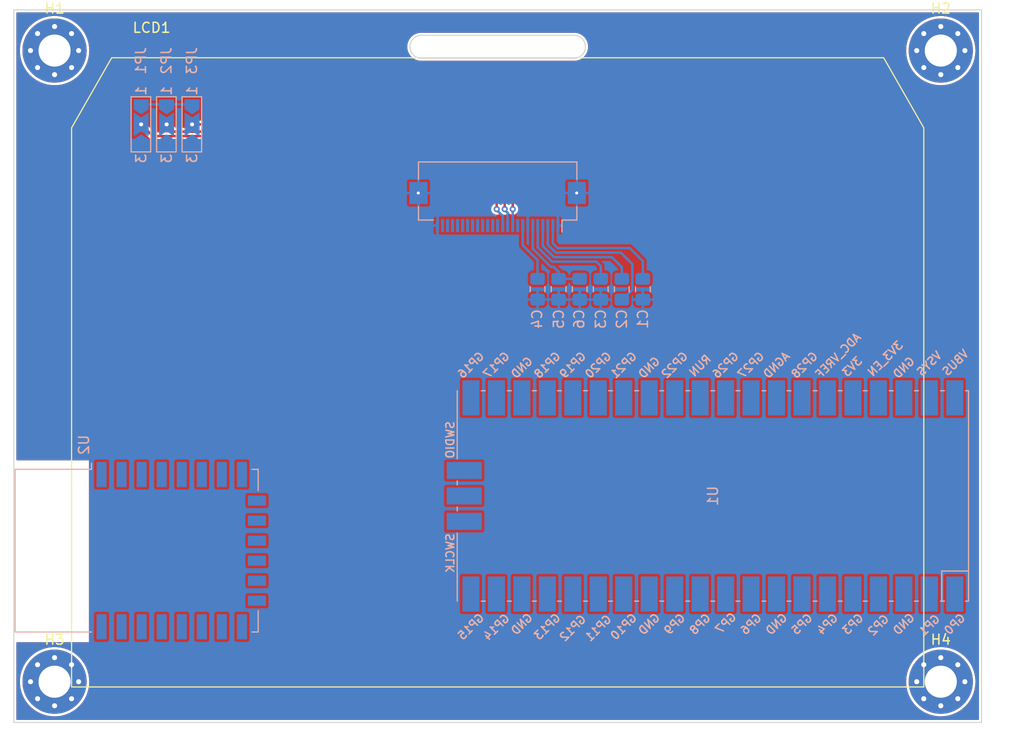
<source format=kicad_pcb>
(kicad_pcb (version 20211014) (generator pcbnew)
  (layers (0 "F.Cu" signal) (31 "B.Cu" signal) (34 "B.Paste" user) (35 "F.Paste" user) (36 "B.SilkS" user "B.Silkscreen") (37 "F.SilkS" user "F.Silkscreen") (38 "B.Mask" user) (39 "F.Mask" user) (44 "Edge.Cuts" user))
  (net 0 "")
  (net 1 "GND")
  (net 2 "VDD")
  (net 3 "LCD_IF1")
  (net 4 "LCD_IF2")
  (net 5 "LCD_IF3")
  (net 6 "LCD_A0")
  (net 7 "LCD_RW_WR")
  (net 8 "LCD_D0")
  (net 9 "LCD_D1")
  (net 10 "LCD_D2")
  (net 11 "LCD_D3")
  (net 12 "LCD_D4")
  (net 13 "LCD_D5")
  (net 14 "LCD_D6")
  (net 15 "LCD_D7")
  (net 16 "LCD_E_RD")
  (net 17 "LCD_RST")
  (net 18 "LCD_CSB")
  (net 19 "LCD_VG")
  (net 20 "LCD_XV0")
  (net 21 "LCD_V0")
  (net 22 "LCD_VM")
  (net 23 "LCD_VD1")
  (footprint "MountingHole:MountingHole_3.2mm_M3_Pad_Via" (layer "F.Cu") (at 103.124 125.476)
    (fp_text reference "H3" (at 0 -4.2) (layer "F.SilkS"))
    (fp_text value "MountingHole")
    (pad "1" thru_hole circle locked (at -2.4 0) (size 0.8 0.8) (drill 0.5) (layers *.Cu *.Mask))
    (pad "1" thru_hole circle locked (at -1.697056 -1.697056) (size 0.8 0.8) (drill 0.5) (layers *.Cu *.Mask))
    (pad "1" thru_hole circle locked (at 0 -2.4) (size 0.8 0.8) (drill 0.5) (layers *.Cu *.Mask))
    (pad "1" thru_hole circle locked (at 2.4 0) (size 0.8 0.8) (drill 0.5) (layers *.Cu *.Mask))
    (pad "1" thru_hole circle locked (at 1.697056 -1.697056) (size 0.8 0.8) (drill 0.5) (layers *.Cu *.Mask))
    (pad "1" thru_hole circle locked (at 0 2.4) (size 0.8 0.8) (drill 0.5) (layers *.Cu *.Mask))
    (pad "1" thru_hole circle locked (at -1.697056 1.697056) (size 0.8 0.8) (drill 0.5) (layers *.Cu *.Mask))
    (pad "1" thru_hole circle locked (at 1.697056 1.697056) (size 0.8 0.8) (drill 0.5) (layers *.Cu *.Mask))
    (pad "1" thru_hole circle locked (at 0 0) (size 6.4 6.4) (drill 3.2) (layers *.Cu *.Mask))
  )
  (footprint "MountingHole:MountingHole_3.2mm_M3_Pad_Via" (layer "F.Cu") (at 103.124 62.484)
    (fp_text reference "H1" (at 0 -4.2) (layer "F.SilkS"))
    (fp_text value "MountingHole")
    (pad "1" thru_hole circle locked (at 0 -2.4) (size 0.8 0.8) (drill 0.5) (layers *.Cu *.Mask))
    (pad "1" thru_hole circle locked (at -1.697056 -1.697056) (size 0.8 0.8) (drill 0.5) (layers *.Cu *.Mask))
    (pad "1" thru_hole circle locked (at 1.697056 1.697056) (size 0.8 0.8) (drill 0.5) (layers *.Cu *.Mask))
    (pad "1" thru_hole circle locked (at 2.4 0) (size 0.8 0.8) (drill 0.5) (layers *.Cu *.Mask))
    (pad "1" thru_hole circle locked (at -2.4 0) (size 0.8 0.8) (drill 0.5) (layers *.Cu *.Mask))
    (pad "1" thru_hole circle locked (at 0 2.4) (size 0.8 0.8) (drill 0.5) (layers *.Cu *.Mask))
    (pad "1" thru_hole circle locked (at 1.697056 -1.697056) (size 0.8 0.8) (drill 0.5) (layers *.Cu *.Mask))
    (pad "1" thru_hole circle locked (at -1.697056 1.697056) (size 0.8 0.8) (drill 0.5) (layers *.Cu *.Mask))
    (pad "1" thru_hole circle locked (at 0 0) (size 6.4 6.4) (drill 3.2) (layers *.Cu *.Mask))
  )
  (footprint "MountingHole:MountingHole_3.2mm_M3_Pad_Via" (layer "F.Cu") (at 191.516 125.476)
    (fp_text reference "H4" (at 0 -4.2) (layer "F.SilkS"))
    (fp_text value "MountingHole")
    (pad "1" thru_hole circle locked (at 0 2.4) (size 0.8 0.8) (drill 0.5) (layers *.Cu *.Mask))
    (pad "1" thru_hole circle locked (at -2.4 0) (size 0.8 0.8) (drill 0.5) (layers *.Cu *.Mask))
    (pad "1" thru_hole circle locked (at -1.697056 1.697056) (size 0.8 0.8) (drill 0.5) (layers *.Cu *.Mask))
    (pad "1" thru_hole circle locked (at 1.697056 1.697056) (size 0.8 0.8) (drill 0.5) (layers *.Cu *.Mask))
    (pad "1" thru_hole circle locked (at -1.697056 -1.697056) (size 0.8 0.8) (drill 0.5) (layers *.Cu *.Mask))
    (pad "1" thru_hole circle locked (at 1.697056 -1.697056) (size 0.8 0.8) (drill 0.5) (layers *.Cu *.Mask))
    (pad "1" thru_hole circle locked (at 0 0) (size 6.4 6.4) (drill 3.2) (layers *.Cu *.Mask))
    (pad "1" thru_hole circle locked (at 2.4 0) (size 0.8 0.8) (drill 0.5) (layers *.Cu *.Mask))
    (pad "1" thru_hole circle locked (at 0 -2.4) (size 0.8 0.8) (drill 0.5) (layers *.Cu *.Mask))
  )
  (footprint "ERC240160:ERC240160" (layer "F.Cu") (at 147.32 101.6)
    (fp_text reference "LCD1" (at -36.5 -41.4) (layer "F.SilkS") (effects (justify left)))
    (fp_text value "ERC240160")
    (fp_line (start 7.9 -22.2) (end 7.9 -23.54) (layer "B.SilkS") (width 0.12))
    (fp_line (start -6.41 -22.2) (end -7.9 -22.2) (layer "B.SilkS") (width 0.12))
    (fp_line (start 6.41 -22.2) (end 6.41 -21) (layer "B.SilkS") (width 0.12))
    (fp_line (start 6.41 -22.2) (end 7.9 -22.2) (layer "B.SilkS") (width 0.12))
    (fp_line (start -7.9 -22.2) (end -7.9 -23.54) (layer "B.SilkS") (width 0.12))
    (fp_line (start 7.9 -28) (end -7.9 -28) (layer "B.SilkS") (width 0.12))
    (fp_line (start 7.9 -26.26) (end 7.9 -28) (layer "B.SilkS") (width 0.12))
    (fp_line (start -7.9 -28) (end -7.9 -26.26) (layer "B.SilkS") (width 0.12))
    (fp_poly (pts (xy 42.5 -31.4) (xy 38.5 -38.4) (xy -38.5 -38.4) (xy -42.5 -31.4) (xy -42.5 24.4) (xy 42.5 24.4) (xy 42.5 -31.4) (xy -42.5 -31.4)) (layer "F.SilkS") (width 0.12) (fill none))
    (pad "1" smd rect (at 6 -21.65 180) (size 0.3 1.3) (layers "B.Cu" "B.Paste" "B.Mask") (net 1 "GND"))
    (pad "2" smd rect (at 5.5 -21.65 180) (size 0.3 1.3) (layers "B.Cu" "B.Paste" "B.Mask") (net 19 "LCD_VG"))
    (pad "3" smd rect (at 5 -21.65 180) (size 0.3 1.3) (layers "B.Cu" "B.Paste" "B.Mask") (net 20 "LCD_XV0"))
    (pad "4" smd rect (at 4.5 -21.65 180) (size 0.3 1.3) (layers "B.Cu" "B.Paste" "B.Mask") (net 21 "LCD_V0"))
    (pad "5" smd rect (at 4 -21.65 180) (size 0.3 1.3) (layers "B.Cu" "B.Paste" "B.Mask") (net 22 "LCD_VM"))
    (pad "6" smd rect (at 3.5 -21.65 180) (size 0.3 1.3) (layers "B.Cu" "B.Paste" "B.Mask") (net 2 "VDD"))
    (pad "7" smd rect (at 3 -21.65 180) (size 0.3 1.3) (layers "B.Cu" "B.Paste" "B.Mask") (net 1 "GND"))
    (pad "8" smd rect (at 2.5 -21.65 180) (size 0.3 1.3) (layers "B.Cu" "B.Paste" "B.Mask") (net 23 "LCD_VD1"))
    (pad "9" smd rect (at 2 -21.65 180) (size 0.3 1.3) (layers "B.Cu" "B.Paste" "B.Mask") (net 18 "LCD_CSB"))
    (pad "10" smd rect (at 1.5 -21.65 180) (size 0.3 1.3) (layers "B.Cu" "B.Paste" "B.Mask") (net 5 "LCD_IF3"))
    (pad "11" smd rect (at 1 -21.65 180) (size 0.3 1.3) (layers "B.Cu" "B.Paste" "B.Mask") (net 4 "LCD_IF2"))
    (pad "12" smd rect (at 0.5 -21.65 180) (size 0.3 1.3) (layers "B.Cu" "B.Paste" "B.Mask") (net 3 "LCD_IF1"))
    (pad "13" smd rect (at 0 -21.65 180) (size 0.3 1.3) (layers "B.Cu" "B.Paste" "B.Mask") (net 17 "LCD_RST"))
    (pad "14" smd rect (at -0.5 -21.65 180) (size 0.3 1.3) (layers "B.Cu" "B.Paste" "B.Mask") (net 16 "LCD_E_RD"))
    (pad "15" smd rect (at -1 -21.65 180) (size 0.3 1.3) (layers "B.Cu" "B.Paste" "B.Mask") (net 15 "LCD_D7"))
    (pad "16" smd rect (at -1.5 -21.65 180) (size 0.3 1.3) (layers "B.Cu" "B.Paste" "B.Mask") (net 14 "LCD_D6"))
    (pad "17" smd rect (at -2 -21.65 180) (size 0.3 1.3) (layers "B.Cu" "B.Paste" "B.Mask") (net 13 "LCD_D5"))
    (pad "18" smd rect (at -2.5 -21.65 180) (size 0.3 1.3) (layers "B.Cu" "B.Paste" "B.Mask") (net 12 "LCD_D4"))
    (pad "19" smd rect (at -3 -21.65 180) (size 0.3 1.3) (layers "B.Cu" "B.Paste" "B.Mask") (net 11 "LCD_D3"))
    (pad "20" smd rect (at -3.5 -21.65 180) (size 0.3 1.3) (layers "B.Cu" "B.Paste" "B.Mask") (net 10 "LCD_D2"))
    (pad "21" smd rect (at -4 -21.65 180) (size 0.3 1.3) (layers "B.Cu" "B.Paste" "B.Mask") (net 9 "LCD_D1"))
    (pad "22" smd rect (at -4.5 -21.65 180) (size 0.3 1.3) (layers "B.Cu" "B.Paste" "B.Mask") (net 8 "LCD_D0"))
    (pad "23" smd rect (at -5 -21.65 180) (size 0.3 1.3) (layers "B.Cu" "B.Paste" "B.Mask") (net 7 "LCD_RW_WR"))
    (pad "24" smd rect (at -5.5 -21.65 180) (size 0.3 1.3) (layers "B.Cu" "B.Paste" "B.Mask") (net 6 "LCD_A0"))
    (pad "25" smd rect (at -6 -21.65 180) (size 0.3 1.3) (layers "B.Cu" "B.Paste" "B.Mask") (net 1 "GND"))
    (pad "MP" smd rect (at 7.9 -24.9 180) (size 1.8 2.2) (layers "B.Cu" "B.Paste" "B.Mask") (net 1 "GND"))
    (pad "MP" smd rect (at -7.9 -24.9 180) (size 1.8 2.2) (layers "B.Cu" "B.Paste" "B.Mask") (net 1 "GND"))
  )
  (footprint "MountingHole:MountingHole_3.2mm_M3_Pad_Via" (layer "F.Cu") (at 191.516 62.484)
    (fp_text reference "H2" (at 0 -4.2) (layer "F.SilkS"))
    (fp_text value "MountingHole")
    (pad "1" thru_hole circle locked (at 0 -2.4) (size 0.8 0.8) (drill 0.5) (layers *.Cu *.Mask))
    (pad "1" thru_hole circle locked (at 1.697056 -1.697056) (size 0.8 0.8) (drill 0.5) (layers *.Cu *.Mask))
    (pad "1" thru_hole circle locked (at 0 0) (size 6.4 6.4) (drill 3.2) (layers *.Cu *.Mask))
    (pad "1" thru_hole circle locked (at 2.4 0) (size 0.8 0.8) (drill 0.5) (layers *.Cu *.Mask))
    (pad "1" thru_hole circle locked (at -1.697056 1.697056) (size 0.8 0.8) (drill 0.5) (layers *.Cu *.Mask))
    (pad "1" thru_hole circle locked (at 0 2.4) (size 0.8 0.8) (drill 0.5) (layers *.Cu *.Mask))
    (pad "1" thru_hole circle locked (at 1.697056 1.697056) (size 0.8 0.8) (drill 0.5) (layers *.Cu *.Mask))
    (pad "1" thru_hole circle locked (at -1.697056 -1.697056) (size 0.8 0.8) (drill 0.5) (layers *.Cu *.Mask))
    (pad "1" thru_hole circle locked (at -2.4 0) (size 0.8 0.8) (drill 0.5) (layers *.Cu *.Mask))
  )
  (footprint "Jumper:SolderJumper-3_P2.0mm_Open_TrianglePad1.0x1.5mm_NumberLabels" (layer "B.Cu") (at 116.84 69.85 -90)
    (fp_text reference "JP3" (at -6.35 0.025 90) (layer "B.SilkS") (effects (justify mirror)))
    (fp_text value "LCD_IF3")
    (fp_text user "1" (at -3.35 0 90) (layer "B.SilkS") (effects (justify mirror)))
    (fp_text user "3" (at 3.4 0 90) (layer "B.SilkS") (effects (justify mirror)))
    (fp_line (start -2.75 1) (end 2.75 1) (layer "B.SilkS") (width 0.12))
    (fp_line (start 2.75 1) (end 2.75 -0.95) (layer "B.SilkS") (width 0.12))
    (fp_line (start 2.75 -0.95) (end -2.75 -0.95) (layer "B.SilkS") (width 0.12))
    (fp_line (start -2.75 -0.95) (end -2.75 1) (layer "B.SilkS") (width 0.12))
    (pad "1" smd custom locked (at -2 0 270) (size 0.3 0.3) (layers "B.Cu" "B.Mask") (net 2 "VDD") (options (clearance outline) (anchor rect)) (primitives (gr_poly (pts (xy 1 0) (xy 0.5 -0.75) (xy -0.5 -0.75) (xy -0.5 0.75) (xy 0.5 0.75)) (width 0) (fill yes))))
    (pad "2" smd custom locked (at 0 0 270) (size 0.3 0.3) (layers "B.Cu") (net 5 "LCD_IF3") (options (clearance outline) (anchor rect)) (primitives (gr_poly (pts (xy 0.7 0) (xy 1.2 -0.75) (xy -1.2 -0.75) (xy -0.7 0) (xy -1.2 0.75) (xy 1.2 0.75)) (width 0) (fill yes))))
    (pad "3" smd custom locked (at 2 0 90) (size 0.3 0.3) (layers "B.Cu" "B.Mask") (net 1 "GND") (options (clearance outline) (anchor rect)) (primitives (gr_poly (pts (xy 1 0) (xy 0.5 -0.75) (xy -0.5 -0.75) (xy -0.5 0.75) (xy 0.5 0.75)) (width 0) (fill yes))))
  )
  (footprint "Capacitor_SMD:C_0805_2012Metric_Pad1.18x1.45mm_HandSolder" (layer "B.Cu") (at 157.6 86.3 -90)
    (fp_text reference "C3" (at 2.981 -0.007 90) (layer "B.SilkS") (effects (justify mirror)))
    (fp_text value "1u")
    (fp_line (start -0.261252 -0.735) (end 0.261252 -0.735) (layer "B.SilkS") (width 0.12))
    (fp_line (start -0.261252 0.735) (end 0.261252 0.735) (layer "B.SilkS") (width 0.12))
    (pad "1" smd roundrect locked (at -1.0375 0 270) (size 1.175 1.45) (layers "B.Cu" "B.Paste" "B.Mask") (roundrect_rratio 0.212766) (net 22 "LCD_VM"))
    (pad "2" smd roundrect locked (at 1.0375 0 270) (size 1.175 1.45) (layers "B.Cu" "B.Paste" "B.Mask") (roundrect_rratio 0.212766) (net 1 "GND"))
  )
  (footprint "Capacitor_SMD:C_0805_2012Metric_Pad1.18x1.45mm_HandSolder" (layer "B.Cu") (at 151.3 86.3 90)
    (fp_text reference "C4" (at -2.981 -0.043 90) (layer "B.SilkS") (effects (justify mirror)))
    (fp_text value "1u")
    (fp_line (start -0.261252 0.735) (end 0.261252 0.735) (layer "B.SilkS") (width 0.12))
    (fp_line (start -0.261252 -0.735) (end 0.261252 -0.735) (layer "B.SilkS") (width 0.12))
    (pad "1" smd roundrect locked (at -1.0375 0 90) (size 1.175 1.45) (layers "B.Cu" "B.Paste" "B.Mask") (roundrect_rratio 0.212766) (net 1 "GND"))
    (pad "2" smd roundrect locked (at 1.0375 0 90) (size 1.175 1.45) (layers "B.Cu" "B.Paste" "B.Mask") (roundrect_rratio 0.212766) (net 23 "LCD_VD1"))
  )
  (footprint "Jumper:SolderJumper-3_P2.0mm_Open_TrianglePad1.0x1.5mm_NumberLabels" (layer "B.Cu") (at 114.3 69.85 -90)
    (fp_text reference "JP2" (at -6.35 0.025 90) (layer "B.SilkS") (effects (justify mirror)))
    (fp_text value "LCD_IF2")
    (fp_text user "3" (at 3.4 0 90) (layer "B.SilkS") (effects (justify mirror)))
    (fp_text user "1" (at -3.35 0 90) (layer "B.SilkS") (effects (justify mirror)))
    (fp_line (start 2.75 -0.95) (end -2.75 -0.95) (layer "B.SilkS") (width 0.12))
    (fp_line (start 2.75 1) (end 2.75 -0.95) (layer "B.SilkS") (width 0.12))
    (fp_line (start -2.75 1) (end 2.75 1) (layer "B.SilkS") (width 0.12))
    (fp_line (start -2.75 -0.95) (end -2.75 1) (layer "B.SilkS") (width 0.12))
    (pad "1" smd custom locked (at -2 0 270) (size 0.3 0.3) (layers "B.Cu" "B.Mask") (net 2 "VDD") (options (clearance outline) (anchor rect)) (primitives (gr_poly (pts (xy 1 0) (xy 0.5 -0.75) (xy -0.5 -0.75) (xy -0.5 0.75) (xy 0.5 0.75)) (width 0) (fill yes))))
    (pad "2" smd custom locked (at 0 0 270) (size 0.3 0.3) (layers "B.Cu") (net 4 "LCD_IF2") (options (clearance outline) (anchor rect)) (primitives (gr_poly (pts (xy 0.7 0) (xy 1.2 -0.75) (xy -1.2 -0.75) (xy -0.7 0) (xy -1.2 0.75) (xy 1.2 0.75)) (width 0) (fill yes))))
    (pad "3" smd custom locked (at 2 0 90) (size 0.3 0.3) (layers "B.Cu" "B.Mask") (net 1 "GND") (options (clearance outline) (anchor rect)) (primitives (gr_poly (pts (xy 1 0) (xy 0.5 -0.75) (xy -0.5 -0.75) (xy -0.5 0.75) (xy 0.5 0.75)) (width 0) (fill yes))))
  )
  (footprint "Capacitor_SMD:C_0805_2012Metric_Pad1.18x1.45mm_HandSolder" (layer "B.Cu") (at 153.4 86.3 -90)
    (fp_text reference "C5" (at 2.981 -0.016 90) (layer "B.SilkS") (effects (justify mirror)))
    (fp_text value "10u")
    (fp_line (start -0.261252 0.735) (end 0.261252 0.735) (layer "B.SilkS") (width 0.12))
    (fp_line (start -0.261252 -0.735) (end 0.261252 -0.735) (layer "B.SilkS") (width 0.12))
    (pad "1" smd roundrect locked (at -1.0375 0 270) (size 1.175 1.45) (layers "B.Cu" "B.Paste" "B.Mask") (roundrect_rratio 0.212766) (net 2 "VDD"))
    (pad "2" smd roundrect locked (at 1.0375 0 270) (size 1.175 1.45) (layers "B.Cu" "B.Paste" "B.Mask") (roundrect_rratio 0.212766) (net 1 "GND"))
  )
  (footprint "Capacitor_SMD:C_0805_2012Metric_Pad1.18x1.45mm_HandSolder" (layer "B.Cu") (at 155.5 86.3 -90)
    (fp_text reference "C6" (at 2.981 0.052 90) (layer "B.SilkS") (effects (justify mirror)))
    (fp_text value "1u")
    (fp_line (start -0.261252 -0.735) (end 0.261252 -0.735) (layer "B.SilkS") (width 0.12))
    (fp_line (start -0.261252 0.735) (end 0.261252 0.735) (layer "B.SilkS") (width 0.12))
    (pad "1" smd roundrect locked (at -1.0375 0 270) (size 1.175 1.45) (layers "B.Cu" "B.Paste" "B.Mask") (roundrect_rratio 0.212766) (net 2 "VDD"))
    (pad "2" smd roundrect locked (at 1.0375 0 270) (size 1.175 1.45) (layers "B.Cu" "B.Paste" "B.Mask") (roundrect_rratio 0.212766) (net 1 "GND"))
  )
  (footprint "RF_Module:ESP-12E" (layer "B.Cu") (at 111.31 112.395 -90)
    (fp_text reference "U2" (at -10.56 5.26 90) (layer "B.SilkS") (effects (justify mirror)))
    (fp_text value "ESP-12F")
    (fp_line (start 8.12 -11.5) (end 8.12 -12.12) (layer "B.SilkS") (width 0.12))
    (fp_line (start 8.12 12.12) (end 8.12 4.5) (layer "B.SilkS") (width 0.12))
    (fp_line (start -8.12 4.5) (end -8.12 12.12) (layer "B.SilkS") (width 0.12))
    (fp_line (start -8.12 12.12) (end 8.12 12.12) (layer "B.SilkS") (width 0.12))
    (fp_line (start -8.12 -12.12) (end -8.12 -11.5) (layer "B.SilkS") (width 0.12))
    (fp_line (start -6 -12.12) (end -8.12 -12.12) (layer "B.SilkS") (width 0.12))
    (fp_line (start -8.12 4.5) (end -8.73 4.5) (layer "B.SilkS") (width 0.12))
    (fp_line (start 8.12 -12.12) (end 6 -12.12) (layer "B.SilkS") (width 0.12))
    (pad "1" smd rect locked (at -7.6 3.5 270) (size 2.5 1) (layers "B.Cu" "B.Paste" "B.Mask"))
    (pad "2" smd rect locked (at -7.6 1.5 270) (size 2.5 1) (layers "B.Cu" "B.Paste" "B.Mask"))
    (pad "3" smd rect locked (at -7.6 -0.5 270) (size 2.5 1) (layers "B.Cu" "B.Paste" "B.Mask"))
    (pad "4" smd rect locked (at -7.6 -2.5 270) (size 2.5 1) (layers "B.Cu" "B.Paste" "B.Mask"))
    (pad "5" smd rect locked (at -7.6 -4.5 270) (size 2.5 1) (layers "B.Cu" "B.Paste" "B.Mask"))
    (pad "6" smd rect locked (at -7.6 -6.5 270) (size 2.5 1) (layers "B.Cu" "B.Paste" "B.Mask"))
    (pad "7" smd rect locked (at -7.6 -8.5 270) (size 2.5 1) (layers "B.Cu" "B.Paste" "B.Mask"))
    (pad "8" smd rect locked (at -7.6 -10.5 270) (size 2.5 1) (layers "B.Cu" "B.Paste" "B.Mask"))
    (pad "9" smd rect locked (at -5 -12 270) (size 1 1.8) (layers "B.Cu" "B.Paste" "B.Mask"))
    (pad "10" smd rect locked (at -3 -12 270) (size 1 1.8) (layers "B.Cu" "B.Paste" "B.Mask"))
    (pad "11" smd rect locked (at -1 -12 270) (size 1 1.8) (layers "B.Cu" "B.Paste" "B.Mask"))
    (pad "12" smd rect locked (at 1 -12 270) (size 1 1.8) (layers "B.Cu" "B.Paste" "B.Mask"))
    (pad "13" smd rect locked (at 3 -12 270) (size 1 1.8) (layers "B.Cu" "B.Paste" "B.Mask"))
    (pad "14" smd rect locked (at 5 -12 270) (size 1 1.8) (layers "B.Cu" "B.Paste" "B.Mask"))
    (pad "15" smd rect locked (at 7.6 -10.5 270) (size 2.5 1) (layers "B.Cu" "B.Paste" "B.Mask"))
    (pad "16" smd rect locked (at 7.6 -8.5 270) (size 2.5 1) (layers "B.Cu" "B.Paste" "B.Mask"))
    (pad "17" smd rect locked (at 7.6 -6.5 270) (size 2.5 1) (layers "B.Cu" "B.Paste" "B.Mask"))
    (pad "18" smd rect locked (at 7.6 -4.5 270) (size 2.5 1) (layers "B.Cu" "B.Paste" "B.Mask"))
    (pad "19" smd rect locked (at 7.6 -2.5 270) (size 2.5 1) (layers "B.Cu" "B.Paste" "B.Mask"))
    (pad "20" smd rect locked (at 7.6 -0.5 270) (size 2.5 1) (layers "B.Cu" "B.Paste" "B.Mask"))
    (pad "21" smd rect locked (at 7.6 1.5 270) (size 2.5 1) (layers "B.Cu" "B.Paste" "B.Mask"))
    (pad "22" smd rect locked (at 7.6 3.5 270) (size 2.5 1) (layers "B.Cu" "B.Paste" "B.Mask"))
  )
  (footprint "RPiPico:RPi_Pico_SMD" (layer "B.Cu") (at 168.783 106.934 90)
    (fp_text reference "U1" (at 0 0 270) (layer "B.SilkS") (effects (justify mirror)))
    (fp_text value "Pico")
    (fp_text user "GP20" (at 13.054 -11.43 45) (layer "B.SilkS") (effects (font (size 0.8 0.8)) (justify mirror)))
    (fp_text user "GND" (at 12.8 -6.35 45) (layer "B.SilkS") (effects (font (size 0.8 0.8)) (justify mirror)))
    (fp_text user "SWCLK" (at -5.7 -26.2 270) (layer "B.SilkS") (effects (font (size 0.8 0.8)) (justify mirror)))
    (fp_text user "GP16" (at 13.054 -24.13 45) (layer "B.SilkS") (effects (font (size 0.8 0.8)) (justify mirror)))
    (fp_text user "3V3_EN" (at 13.7 17.2 45) (layer "B.SilkS") (effects (font (size 0.8 0.8)) (justify mirror)))
    (fp_text user "RUN" (at 13 -1.27 45) (layer "B.SilkS") (effects (font (size 0.8 0.8)) (justify mirror)))
    (fp_text user "GND" (at -12.8 -19.05 45) (layer "B.SilkS") (effects (font (size 0.8 0.8)) (justify mirror)))
    (fp_text user "3V3" (at 12.9 13.9 45) (layer "B.SilkS") (effects (font (size 0.8 0.8)) (justify mirror)))
    (fp_text user "GP11" (at -13.2 -11.43 45) (layer "B.SilkS") (effects (font (size 0.8 0.8)) (justify mirror)))
    (fp_text user "GP17" (at 13.054 -21.59 45) (layer "B.SilkS") (effects (font (size 0.8 0.8)) (justify mirror)))
    (fp_text user "GP27" (at 13.054 3.8 45) (layer "B.SilkS") (effects (font (size 0.8 0.8)) (justify mirror)))
    (fp_text user "VBUS" (at 13.3 24.2 45) (layer "B.SilkS") (effects (font (size 0.8 0.8)) (justify mirror)))
    (fp_text user "GP15" (at -13.054 -24.13 45) (layer "B.SilkS") (effects (font (size 0.8 0.8)) (justify mirror)))
    (fp_text user "GP26" (at 13.054 1.27 45) (layer "B.SilkS") (effects (font (size 0.8 0.8)) (justify mirror)))
    (fp_text user "GP6" (at -12.8 3.81 45) (layer "B.SilkS") (effects (font (size 0.8 0.8)) (justify mirror)))
    (fp_text user "ADC_VREF" (at 14 12.5 45) (layer "B.SilkS") (effects (font (size 0.8 0.8)) (justify mirror)))
    (fp_text user "GP8" (at -12.8 -1.27 45) (layer "B.SilkS") (effects (font (size 0.8 0.8)) (justify mirror)))
    (fp_text user "GP14" (at -13.1 -21.59 45) (layer "B.SilkS") (effects (font (size 0.8 0.8)) (justify mirror)))
    (fp_text user "GP5" (at -12.8 8.89 45) (layer "B.SilkS") (effects (font (size 0.8 0.8)) (justify mirror)))
    (fp_text user "GP3" (at -12.8 13.97 45) (layer "B.SilkS") (effects (font (size 0.8 0.8)) (justify mirror)))
    (fp_text user "GP13" (at -13.054 -16.51 45) (layer "B.SilkS") (effects (font (size 0.8 0.8)) (justify mirror)))
    (fp_text user "VSYS" (at 13.2 21.59 45) (layer "B.SilkS") (effects (font (size 0.8 0.8)) (justify mirror)))
    (fp_text user "GP22" (at 13.054 -3.81 45) (layer "B.SilkS") (effects (font (size 0.8 0.8)) (justify mirror)))
    (fp_text user "GP0" (at -12.8 24.13 45) (layer "B.SilkS") (effects (font (size 0.8 0.8)) (justify mirror)))
    (fp_text user "GP1" (at -12.9 21.6 45) (layer "B.SilkS") (effects (font (size 0.8 0.8)) (justify mirror)))
    (fp_text user "GND" (at -12.8 6.35 45) (layer "B.SilkS") (effects (font (size 0.8 0.8)) (justify mirror)))
    (fp_text user "GND" (at -12.8 -6.35 45) (layer "B.SilkS") (effects (font (size 0.8 0.8)) (justify mirror)))
    (fp_text user "SWDIO" (at 5.6 -26.2 270) (layer "B.SilkS") (effects (font (size 0.8 0.8)) (justify mirror)))
    (fp_text user "GP19" (at 13.054 -13.97 45) (layer "B.SilkS") (effects (font (size 0.8 0.8)) (justify mirror)))
    (fp_text user "GP7" (at -12.7 1.3 45) (layer "B.SilkS") (effects (font (size 0.8 0.8)) (justify mirror)))
    (fp_text user "GP2" (at -12.9 16.51 45) (layer "B.SilkS") (effects (font (size 0.8 0.8)) (justify mirror)))
    (fp_text user "GND" (at 12.8 -19.05 45) (layer "B.SilkS") (effects (font (size 0.8 0.8)) (justify mirror)))
    (fp_text user "GP18" (at 13.054 -16.51 45) (layer "B.SilkS") (effects (font (size 0.8 0.8)) (justify mirror)))
    (fp_text user "GP28" (at 13.054 9.144 45) (layer "B.SilkS") (effects (font (size 0.8 0.8)) (justify mirror)))
    (fp_text user "GP9" (at -12.8 -3.81 45) (layer "B.SilkS") (effects (font (size 0.8 0.8)) (justify mirror)))
    (fp_text user "GP21" (at 13.054 -8.9 45) (layer "B.SilkS") (effects (font (size 0.8 0.8)) (justify mirror)))
    (fp_text user "GND" (at -12.8 19.05 45) (layer "B.SilkS") (effects (font (size 0.8 0.8)) (justify mirror)))
    (fp_text user "GND" (at 12.8 19.05 45) (layer "B.SilkS") (effects (font (size 0.8 0.8)) (justify mirror)))
    (fp_text user "GP12" (at -13.2 -13.97 45) (layer "B.SilkS") (effects (font (size 0.8 0.8)) (justify mirror)))
    (fp_text user "GP4" (at -12.8 11.43 45) (layer "B.SilkS") (effects (font (size 0.8 0.8)) (justify mirror)))
    (fp_text user "AGND" (at 13.054 6.35 45) (layer "B.SilkS") (effects (font (size 0.8 0.8)) (justify mirror)))
    (fp_text user "GP10" (at -13.054 -8.89 45) (layer "B.SilkS") (effects (font (size 0.8 0.8)) (justify mirror)))
    (fp_line (start -10.5 -20.1) (end -10.5 -20.5) (layer "B.SilkS") (width 0.12))
    (fp_line (start -10.5 -22.7) (end -10.5 -23.1) (layer "B.SilkS") (width 0.12))
    (fp_line (start -10.5 5.3) (end -10.5 4.9) (layer "B.SilkS") (width 0.12))
    (fp_line (start -10.5 -12.5) (end -10.5 -12.9) (layer "B.SilkS") (width 0.12))
    (fp_line (start 10.5 0.2) (end 10.5 -0.2) (layer "B.SilkS") (width 0.12))
    (fp_line (start -10.5 7.8) (end -10.5 7.4) (layer "B.SilkS") (width 0.12))
    (fp_line (start 10.5 -15.1) (end 10.5 -15.5) (layer "B.SilkS") (width 0.12))
    (fp_line (start -10.5 -15.1) (end -10.5 -15.5) (layer "B.SilkS") (width 0.12))
    (fp_line (start 10.5 23.1) (end 10.5 22.7) (layer "B.SilkS") (width 0.12))
    (fp_line (start -10.5 -2.3) (end -10.5 -2.7) (layer "B.SilkS") (width 0.12))
    (fp_line (start -10.5 -10) (end -10.5 -10.4) (layer "B.SilkS") (width 0.12))
    (fp_line (start 10.5 10.4) (end 10.5 10) (layer "B.SilkS") (width 0.12))
    (fp_line (start 10.5 -17.6) (end 10.5 -18) (layer "B.SilkS") (width 0.12))
    (fp_line (start -10.5 23.1) (end -10.5 22.7) (layer "B.SilkS") (width 0.12))
    (fp_line (start 10.5 -4.9) (end 10.5 -5.3) (layer "B.SilkS") (width 0.12))
    (fp_line (start 10.5 -25.5) (end 3.7 -25.5) (layer "B.SilkS") (width 0.12))
    (fp_line (start 10.5 2.7) (end 10.5 2.3) (layer "B.SilkS") (width 0.12))
    (fp_line (start -3.7 -25.5) (end -10.5 -25.5) (layer "B.SilkS") (width 0.12))
    (fp_line (start 10.5 5.3) (end 10.5 4.9) (layer "B.SilkS") (width 0.12))
    (fp_line (start -10.5 15.4) (end -10.5 15) (layer "B.SilkS") (width 0.12))
    (fp_line (start -10.5 10.4) (end -10.5 10) (layer "B.SilkS") (width 0.12))
    (fp_line (start -1.5 -25.5) (end -1.1 -25.5) (layer "B.SilkS") (width 0.12))
    (fp_line (start 10.5 20.5) (end 10.5 20.1) (layer "B.SilkS") (width 0.12))
    (fp_line (start -7.493 22.833) (end -7.493 25.5) (layer "B.SilkS") (width 0.12))
    (fp_line (start -10.5 12.9) (end -10.5 12.5) (layer "B.SilkS") (width 0.12))
    (fp_line (start -10.5 18) (end -10.5 17.6) (layer "B.SilkS") (width 0.12))
    (fp_line (start 10.5 -10) (end 10.5 -10.4) (layer "B.SilkS") (width 0.12))
    (fp_line (start 10.5 -7.4) (end 10.5 -7.8) (layer "B.SilkS") (width 0.12))
    (fp_line (start 10.5 7.8) (end 10.5 7.4) (layer "B.SilkS") (width 0.12))
    (fp_line (start 1.1 -25.5) (end 1.5 -25.5) (layer "B.SilkS") (width 0.12))
    (fp_line (start -10.5 25.5) (end -10.5 25.2) (layer "B.SilkS") (width 0.12))
    (fp_line (start 10.5 12.9) (end 10.5 12.5) (layer "B.SilkS") (width 0.12))
    (fp_line (start -10.5 -17.6) (end -10.5 -18) (layer "B.SilkS") (width 0.12))
    (fp_line (start 10.5 -20.1) (end 10.5 -20.5) (layer "B.SilkS") (width 0.12))
    (fp_line (start -10.5 -4.9) (end -10.5 -5.3) (layer "B.SilkS") (width 0.12))
    (fp_line (start 10.5 -2.3) (end 10.5 -2.7) (layer "B.SilkS") (width 0.12))
    (fp_line (start -10.5 20.5) (end -10.5 20.1) (layer "B.SilkS") (width 0.12))
    (fp_line (start -10.5 0.2) (end -10.5 -0.2) (layer "B.SilkS") (width 0.12))
    (fp_line (start 10.5 25.5) (end 10.5 25.2) (layer "B.SilkS") (width 0.12))
    (fp_line (start 10.5 -22.7) (end 10.5 -23.1) (layer "B.SilkS") (width 0.12))
    (fp_line (start -10.5 25.5) (end 10.5 25.5) (layer "B.SilkS") (width 0.12))
    (fp_line (start 10.5 15.4) (end 10.5 15) (layer "B.SilkS") (width 0.12))
    (fp_line (start -10.5 2.7) (end -10.5 2.3) (layer "B.SilkS") (width 0.12))
    (fp_line (start -10.5 -7.4) (end -10.5 -7.8) (layer "B.SilkS") (width 0.12))
    (fp_line (start -10.5 22.833) (end -7.493 22.833) (layer "B.SilkS") (width 0.12))
    (fp_line (start 10.5 18) (end 10.5 17.6) (layer "B.SilkS") (width 0.12))
    (fp_line (start 10.5 -12.5) (end 10.5 -12.9) (layer "B.SilkS") (width 0.12))
    (pad "1" smd rect (at -8.89 24.13 90) (size 3.5 1.7) (drill (offset -0.9 0)) (layers "B.Cu" "B.Mask"))
    (pad "2" smd rect (at -8.89 21.59 90) (size 3.5 1.7) (drill (offset -0.9 0)) (layers "B.Cu" "B.Mask"))
    (pad "3" smd rect (at -8.89 19.05 90) (size 3.5 1.7) (drill (offset -0.9 0)) (layers "B.Cu" "B.Mask"))
    (pad "4" smd rect (at -8.89 16.51 90) (size 3.5 1.7) (drill (offset -0.9 0)) (layers "B.Cu" "B.Mask"))
    (pad "5" smd rect (at -8.89 13.97 90) (size 3.5 1.7) (drill (offset -0.9 0)) (layers "B.Cu" "B.Mask"))
    (pad "6" smd rect (at -8.89 11.43 90) (size 3.5 1.7) (drill (offset -0.9 0)) (layers "B.Cu" "B.Mask"))
    (pad "7" smd rect (at -8.89 8.89 90) (size 3.5 1.7) (drill (offset -0.9 0)) (layers "B.Cu" "B.Mask"))
    (pad "8" smd rect (at -8.89 6.35 90) (size 3.5 1.7) (drill (offset -0.9 0)) (layers "B.Cu" "B.Mask"))
    (pad "9" smd rect (at -8.89 3.81 90) (size 3.5 1.7) (drill (offset -0.9 0)) (layers "B.Cu" "B.Mask"))
    (pad "10" smd rect (at -8.89 1.27 90) (size 3.5 1.7) (drill (offset -0.9 0)) (layers "B.Cu" "B.Mask"))
    (pad "11" smd rect (at -8.89 -1.27 90) (size 3.5 1.7) (drill (offset -0.9 0)) (layers "B.Cu" "B.Mask"))
    (pad "12" smd rect (at -8.89 -3.81 90) (size 3.5 1.7) (drill (offset -0.9 0)) (layers "B.Cu" "B.Mask"))
    (pad "13" smd rect (at -8.89 -6.35 90) (size 3.5 1.7) (drill (offset -0.9 0)) (layers "B.Cu" "B.Mask"))
    (pad "14" smd rect (at -8.89 -8.89 90) (size 3.5 1.7) (drill (offset -0.9 0)) (layers "B.Cu" "B.Mask"))
    (pad "15" smd rect (at -8.89 -11.43 90) (size 3.5 1.7) (drill (offset -0.9 0)) (layers "B.Cu" "B.Mask"))
    (pad "16" smd rect (at -8.89 -13.97 90) (size 3.5 1.7) (drill (offset -0.9 0)) (layers "B.Cu" "B.Mask"))
    (pad "17" smd rect (at -8.89 -16.51 90) (size 3.5 1.7) (drill (offset -0.9 0)) (layers "B.Cu" "B.Mask"))
    (pad "18" smd rect (at -8.89 -19.05 90) (size 3.5 1.7) (drill (offset -0.9 0)) (layers "B.Cu" "B.Mask"))
    (pad "19" smd rect (at -8.89 -21.59 90) (size 3.5 1.7) (drill (offset -0.9 0)) (layers "B.Cu" "B.Mask"))
    (pad "20" smd rect (at -8.89 -24.13 90) (size 3.5 1.7) (drill (offset -0.9 0)) (layers "B.Cu" "B.Mask"))
    (pad "21" smd rect (at 8.89 -24.13 90) (size 3.5 1.7) (drill (offset 0.9 0)) (layers "B.Cu" "B.Mask"))
    (pad "22" smd rect (at 8.89 -21.59 90) (size 3.5 1.7) (drill (offset 0.9 0)) (layers "B.Cu" "B.Mask"))
    (pad "23" smd rect (at 8.89 -19.05 90) (size 3.5 1.7) (drill (offset 0.9 0)) (layers "B.Cu" "B.Mask"))
    (pad "24" smd rect (at 8.89 -16.51 90) (size 3.5 1.7) (drill (offset 0.9 0)) (layers "B.Cu" "B.Mask"))
    (pad "25" smd rect (at 8.89 -13.97 90) (size 3.5 1.7) (drill (offset 0.9 0)) (layers "B.Cu" "B.Mask"))
    (pad "26" smd rect (at 8.89 -11.43 90) (size 3.5 1.7) (drill (offset 0.9 0)) (layers "B.Cu" "B.Mask"))
    (pad "27" smd rect (at 8.89 -8.89 90) (size 3.5 1.7) (drill (offset 0.9 0)) (layers "B.Cu" "B.Mask"))
    (pad "28" smd rect (at 8.89 -6.35 90) (size 3.5 1.7) (drill (offset 0.9 0)) (layers "B.Cu" "B.Mask"))
    (pad "29" smd rect (at 8.89 -3.81 90) (size 3.5 1.7) (drill (offset 0.9 0)) (layers "B.Cu" "B.Mask"))
    (pad "30" smd rect (at 8.89 -1.27 90) (size 3.5 1.7) (drill (offset 0.9 0)) (layers "B.Cu" "B.Mask"))
    (pad "31" smd rect (at 8.89 1.27 90) (size 3.5 1.7) (drill (offset 0.9 0)) (layers "B.Cu" "B.Mask"))
    (pad "32" smd rect (at 8.89 3.81 90) (size 3.5 1.7) (drill (offset 0.9 0)) (layers "B.Cu" "B.Mask"))
    (pad "33" smd rect (at 8.89 6.35 90) (size 3.5 1.7) (drill (offset 0.9 0)) (layers "B.Cu" "B.Mask"))
    (pad "34" smd rect (at 8.89 8.89 90) (size 3.5 1.7) (drill (offset 0.9 0)) (layers "B.Cu" "B.Mask"))
    (pad "35" smd rect (at 8.89 11.43 90) (size 3.5 1.7) (drill (offset 0.9 0)) (layers "B.Cu" "B.Mask"))
    (pad "36" smd rect (at 8.89 13.97 90) (size 3.5 1.7) (drill (offset 0.9 0)) (layers "B.Cu" "B.Mask"))
    (pad "37" smd rect (at 8.89 16.51 90) (size 3.5 1.7) (drill (offset 0.9 0)) (layers "B.Cu" "B.Mask"))
    (pad "38" smd rect (at 8.89 19.05 90) (size 3.5 1.7) (drill (offset 0.9 0)) (layers "B.Cu" "B.Mask"))
    (pad "39" smd rect (at 8.89 21.59 90) (size 3.5 1.7) (drill (offset 0.9 0)) (layers "B.Cu" "B.Mask"))
    (pad "40" smd rect (at 8.89 24.13 90) (size 3.5 1.7) (drill (offset 0.9 0)) (layers "B.Cu" "B.Mask"))
    (pad "41" smd rect (at -2.54 -23.9) (size 3.5 1.7) (drill (offset -0.9 0)) (layers "B.Cu" "B.Mask"))
    (pad "42" smd rect (at 0 -23.9) (size 3.5 1.7) (drill (offset -0.9 0)) (layers "B.Cu" "B.Mask"))
    (pad "43" smd rect (at 2.54 -23.9) (size 3.5 1.7) (drill (offset -0.9 0)) (layers "B.Cu" "B.Mask"))
  )
  (footprint "Jumper:SolderJumper-3_P2.0mm_Open_TrianglePad1.0x1.5mm_NumberLabels" (layer "B.Cu") (at 111.76 69.85 -90)
    (fp_text reference "JP1" (at -6.35 0.025 90) (layer "B.SilkS") (effects (justify mirror)))
    (fp_text value "LCD_IF1")
    (fp_text user "3" (at 3.4 0 90) (layer "B.SilkS") (effects (justify mirror)))
    (fp_text user "1" (at -3.35 0 90) (layer "B.SilkS") (effects (justify mirror)))
    (fp_line (start 2.75 -0.95) (end -2.75 -0.95) (layer "B.SilkS") (width 0.12))
    (fp_line (start 2.75 1) (end 2.75 -0.95) (layer "B.SilkS") (width 0.12))
    (fp_line (start -2.75 1) (end 2.75 1) (layer "B.SilkS") (width 0.12))
    (fp_line (start -2.75 -0.95) (end -2.75 1) (layer "B.SilkS") (width 0.12))
    (pad "1" smd custom locked (at -2 0 270) (size 0.3 0.3) (layers "B.Cu" "B.Mask") (net 2 "VDD") (options (clearance outline) (anchor rect)) (primitives (gr_poly (pts (xy 1 0) (xy 0.5 -0.75) (xy -0.5 -0.75) (xy -0.5 0.75) (xy 0.5 0.75)) (width 0) (fill yes))))
    (pad "2" smd custom locked (at 0 0 270) (size 0.3 0.3) (layers "B.Cu") (net 3 "LCD_IF1") (options (clearance outline) (anchor rect)) (primitives (gr_poly (pts (xy 0.7 0) (xy 1.2 -0.75) (xy -1.2 -0.75) (xy -0.7 0) (xy -1.2 0.75) (xy 1.2 0.75)) (width 0) (fill yes))))
    (pad "3" smd custom locked (at 2 0 90) (size 0.3 0.3) (layers "B.Cu" "B.Mask") (net 1 "GND") (options (clearance outline) (anchor rect)) (primitives (gr_poly (pts (xy 1 0) (xy 0.5 -0.75) (xy -0.5 -0.75) (xy -0.5 0.75) (xy 0.5 0.75)) (width 0) (fill yes))))
  )
  (footprint "Capacitor_SMD:C_0805_2012Metric_Pad1.18x1.45mm_HandSolder" (layer "B.Cu") (at 161.8 86.3 90)
    (fp_text reference "C1" (at -2.981 -0.002 90) (layer "B.SilkS") (effects (justify mirror)))
    (fp_text value "1u")
    (fp_line (start -0.261252 -0.735) (end 0.261252 -0.735) (layer "B.SilkS") (width 0.12))
    (fp_line (start -0.261252 0.735) (end 0.261252 0.735) (layer "B.SilkS") (width 0.12))
    (pad "1" smd roundrect locked (at -1.0375 0 90) (size 1.175 1.45) (layers "B.Cu" "B.Paste" "B.Mask") (roundrect_rratio 0.212766) (net 1 "GND"))
    (pad "2" smd roundrect locked (at 1.0375 0 90) (size 1.175 1.45) (layers "B.Cu" "B.Paste" "B.Mask") (roundrect_rratio 0.212766) (net 19 "LCD_VG"))
  )
  (footprint "Capacitor_SMD:C_0805_2012Metric_Pad1.18x1.45mm_HandSolder" (layer "B.Cu") (at 159.7 86.3 90)
    (fp_text reference "C2" (at -2.981 0 90) (layer "B.SilkS") (effects (justify mirror)))
    (fp_text value "1u")
    (fp_line (start -0.261252 0.735) (end 0.261252 0.735) (layer "B.SilkS") (width 0.12))
    (fp_line (start -0.261252 -0.735) (end 0.261252 -0.735) (layer "B.SilkS") (width 0.12))
    (pad "1" smd roundrect locked (at -1.0375 0 90) (size 1.175 1.45) (layers "B.Cu" "B.Paste" "B.Mask") (roundrect_rratio 0.212766) (net 20 "LCD_XV0"))
    (pad "2" smd roundrect locked (at 1.0375 0 90) (size 1.175 1.45) (layers "B.Cu" "B.Paste" "B.Mask") (roundrect_rratio 0.212766) (net 21 "LCD_V0"))
  )
  (gr_line (start 195.58 58.42) (end 195.58 129.54) (layer "Edge.Cuts") (width 0.1))
  (gr_line (start 154.94 63.246) (end 139.7 63.246) (layer "Edge.Cuts") (width 0.1))
  (gr_arc (start 154.94 60.96) (mid 156.083 62.103) (end 154.94 63.246) (layer "Edge.Cuts") (width 0.1))
  (gr_line (start 195.58 129.54) (end 99.06 129.54) (layer "Edge.Cuts") (width 0.1))
  (gr_line (start 99.06 129.54) (end 99.06 58.42) (layer "Edge.Cuts") (width 0.1))
  (gr_line (start 99.06 58.42) (end 195.58 58.42) (layer "Edge.Cuts") (width 0.1))
  (gr_line (start 139.7 60.96) (end 154.94 60.96) (layer "Edge.Cuts") (width 0.1))
  (gr_arc (start 139.7 63.246) (mid 138.557 62.103) (end 139.7 60.96) (layer "Edge.Cuts") (width 0.1))
  (via (at 139.4 76.7) (size 0.6) (drill 0.3) (layers "F.Cu" "B.Cu") (net 1))
  (via (at 155.2 76.7) (size 0.6) (drill 0.3) (layers "F.Cu" "B.Cu") (net 1))
  (segment (start 152.63113 84.074) (end 150.82 82.26287) (width 0.25) (layer "B.Cu") (net 2))
  (segment (start 152.908 84.074) (end 152.63113 84.074) (width 0.25) (layer "B.Cu") (net 2))
  (segment (start 155.5 85.2625) (end 153.4 85.2625) (width 0.25) (layer "B.Cu") (net 2))
  (segment (start 150.82 82.26287) (end 150.82 79.95) (width 0.25) (layer "B.Cu") (net 2))
  (segment (start 153.4 84.566) (end 152.908 84.074) (width 0.25) (layer "B.Cu") (net 2))
  (segment (start 111.76 67.85) (end 114.3 67.85) (width 0.25) (layer "B.Cu") (net 2))
  (segment (start 114.3 67.85) (end 116.84 67.85) (width 0.25) (layer "B.Cu") (net 2))
  (segment (start 153.4 85.2625) (end 153.4 84.566) (width 0.25) (layer "B.Cu") (net 2))
  (segment (start 118.25096 70.74904) (end 117.975969 71.024031) (width 0.25) (layer "F.Cu") (net 3))
  (segment (start 147.220994 78.31) (end 147.220994 74.856712) (width 0.25) (layer "F.Cu") (net 3))
  (segment (start 112.934031 71.024031) (end 111.76 69.85) (width 0.25) (layer "F.Cu") (net 3))
  (segment (start 147.220994 74.856712) (end 143.113322 70.74904) (width 0.25) (layer "F.Cu") (net 3))
  (segment (start 143.113322 70.74904) (end 118.25096 70.74904) (width 0.25) (layer "F.Cu") (net 3))
  (segment (start 117.975969 71.024031) (end 112.934031 71.024031) (width 0.25) (layer "F.Cu") (net 3))
  (via (at 147.220994 78.31) (size 0.6) (drill 0.3) (layers "F.Cu" "B.Cu") (net 3))
  (via (at 111.76 69.85) (size 0.8) (drill 0.4) (layers "F.Cu" "B.Cu") (net 3))
  (segment (start 147.220994 78.401972) (end 147.220994 78.31) (width 0.25) (layer "B.Cu") (net 3))
  (segment (start 147.82 79.000978) (end 147.220994 78.401972) (width 0.25) (layer "B.Cu") (net 3))
  (segment (start 147.82 79.95) (end 147.82 79.000978) (width 0.25) (layer "B.Cu") (net 3))
  (segment (start 147.395986 78.31) (end 147.220994 78.31) (width 0.25) (layer "B.Cu") (net 3))
  (segment (start 115.024511 70.574511) (end 114.3 69.85) (width 0.25) (layer "F.Cu") (net 4))
  (segment (start 118 70.29952) (end 117.725009 70.574511) (width 0.25) (layer "F.Cu") (net 4))
  (segment (start 148.020497 75.020497) (end 143.29952 70.29952) (width 0.25) (layer "F.Cu") (net 4))
  (segment (start 117.725009 70.574511) (end 115.024511 70.574511) (width 0.25) (layer "F.Cu") (net 4))
  (segment (start 148.020497 78.31) (end 148.020497 75.020497) (width 0.25) (layer "F.Cu") (net 4))
  (segment (start 143.29952 70.29952) (end 118 70.29952) (width 0.25) (layer "F.Cu") (net 4))
  (via (at 148.020497 78.31) (size 0.6) (drill 0.3) (layers "F.Cu" "B.Cu") (net 4))
  (via (at 114.3 69.85) (size 0.8) (drill 0.4) (layers "F.Cu" "B.Cu") (net 4))
  (segment (start 148.32 79.95) (end 148.32 78.693193) (width 0.25) (layer "B.Cu") (net 4))
  (segment (start 148.020497 78.39369) (end 148.020497 78.31) (width 0.25) (layer "B.Cu") (net 4))
  (segment (start 148.32 78.693193) (end 148.020497 78.39369) (width 0.25) (layer "B.Cu") (net 4))
  (segment (start 116.84 69.85) (end 143.51 69.85) (width 0.25) (layer "F.Cu") (net 5))
  (segment (start 143.51 69.85) (end 148.82 75.16) (width 0.25) (layer "F.Cu") (net 5))
  (segment (start 148.82 75.16) (end 148.82 78.31) (width 0.25) (layer "F.Cu") (net 5))
  (via (at 116.84 69.85) (size 0.8) (drill 0.4) (layers "F.Cu" "B.Cu") (net 5))
  (via (at 148.82 78.31) (size 0.6) (drill 0.3) (layers "F.Cu" "B.Cu") (net 5))
  (segment (start 148.82 79.95) (end 148.82 78.31) (width 0.25) (layer "B.Cu") (net 5))
  (segment (start 161.8 83.5) (end 160.5 82.2) (width 0.25) (layer "B.Cu") (net 19))
  (segment (start 161.8 85.2625) (end 161.8 83.5) (width 0.25) (layer "B.Cu") (net 19))
  (segment (start 153.3 82.2) (end 152.82 81.72) (width 0.25) (layer "B.Cu") (net 19))
  (segment (start 152.82 81.72) (end 152.82 79.95) (width 0.25) (layer "B.Cu") (net 19))
  (segment (start 160.5 82.2) (end 153.3 82.2) (width 0.25) (layer "B.Cu") (net 19))
  (segment (start 159.6 82.64952) (end 153.113802 82.64952) (width 0.25) (layer "B.Cu") (net 20))
  (segment (start 159.7 87.3375) (end 159.7625 87.3375) (width 0.25) (layer "B.Cu") (net 20))
  (segment (start 152.32 81.855718) (end 152.32 79.95) (width 0.25) (layer "B.Cu") (net 20))
  (segment (start 160.74952 83.79904) (end 159.6 82.64952) (width 0.25) (layer "B.Cu") (net 20))
  (segment (start 160.74952 86.35048) (end 160.74952 83.79904) (width 0.25) (layer "B.Cu") (net 20))
  (segment (start 159.7625 87.3375) (end 160.74952 86.35048) (width 0.25) (layer "B.Cu") (net 20))
  (segment (start 153.113802 82.64952) (end 152.32 81.855718) (width 0.25) (layer "B.Cu") (net 20))
  (segment (start 158.69904 83.09904) (end 152.927604 83.09904) (width 0.25) (layer "B.Cu") (net 21))
  (segment (start 152.927604 83.09904) (end 151.82 81.991436) (width 0.25) (layer "B.Cu") (net 21))
  (segment (start 159.7 85.2625) (end 159.7 84.1) (width 0.25) (layer "B.Cu") (net 21))
  (segment (start 159.7 84.1) (end 158.69904 83.09904) (width 0.25) (layer "B.Cu") (net 21))
  (segment (start 151.82 81.991436) (end 151.82 79.95) (width 0.25) (layer "B.Cu") (net 21))
  (segment (start 152.741407 83.54856) (end 151.32 82.127153) (width 0.25) (layer "B.Cu") (net 22))
  (segment (start 157.6 85.2625) (end 157.6 84) (width 0.25) (layer "B.Cu") (net 22))
  (segment (start 157.6 84) (end 157.14856 83.54856) (width 0.25) (layer "B.Cu") (net 22))
  (segment (start 157.14856 83.54856) (end 152.741407 83.54856) (width 0.25) (layer "B.Cu") (net 22))
  (segment (start 151.32 82.127153) (end 151.32 79.95) (width 0.25) (layer "B.Cu") (net 22))
  (segment (start 149.82 81.92) (end 149.82 79.95) (width 0.25) (layer "B.Cu") (net 23))
  (segment (start 151.3 85.2625) (end 151.3 83.4) (width 0.25) (layer "B.Cu") (net 23))
  (segment (start 151.3 83.4) (end 149.82 81.92) (width 0.25) (layer "B.Cu") (net 23))
  (zone (net 1) (net_name "GND") (layers F&B.Cu) (connect_pads (clearance 0.254)) (min_thickness 0.127) (fill yes (thermal_gap 0.254) (thermal_bridge_width 0.254))
    (polygon (pts (xy 195.58 129.54) (xy 99.06 129.54) (xy 99.06 58.42) (xy 195.58 58.42)))
  )
  (zone (net 0) (net_name "") (layers F&B.Cu) (connect_pads (clearance 0)) (min_thickness 0.127)
    (keepout (tracks not_allowed) (vias not_allowed) (pads not_allowed) (copperpour not_allowed) (footprints allowed))
    (fill (thermal_gap 0.254) (thermal_bridge_width 0.254))
    (polygon (pts (xy 106.553 121.539) (xy 99.187 121.539) (xy 99.187 103.378) (xy 106.553 103.378)))
  )
)
</source>
